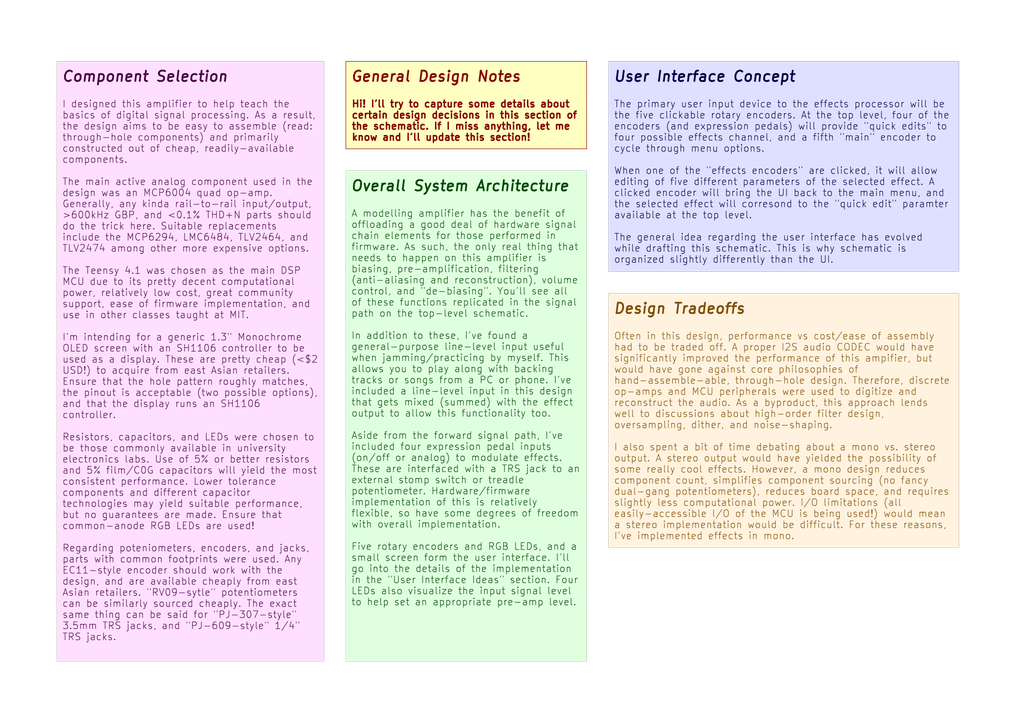
<source format=kicad_sch>
(kicad_sch (version 20230121) (generator eeschema)
  (paper "A4")
  (title_block (title "Digital Audio Effects Processor") (date "2023-11-26") (rev "A") (company "Ishaan Govindarajan"))
  (lib_symbols)
  (text_box "\n\n\nA modelling amplifier has the benefit of offloading a good deal of hardware signal chain elements for those performed in firmware. As such, the only real thing that needs to happen on this amplifier is biasing, pre-amplification, filtering (anti-aliasing and reconstruction), volume control, and \"de-biasing\". You'll see all of these functions replicated in the signal path on the top-level schematic.\n\nIn addition to these, I've found a general-purpose line-level input useful when jamming/practicing by myself. This allows you to play along with backing tracks or songs from a PC or phone. I've included a line-level input in this design that gets mixed (summed) with the effect output to allow this functionality too.\n\nAside from the forward signal path, I've included four expression pedal inputs (on/off or analog) to modulate effects. These are interfaced with a TRS jack to an external stomp switch or treadle potentiometer. Hardware/firmware implementation of this is relatively flexible, so have some degrees of freedom with overall implementation.\n\nFive rotary encoders and RGB LEDs, and a small screen form the user interface. I'll go into the details of the implementation in the \"User Interface Ideas\" section. Four LEDs also visualize the input signal level to help set an appropriate pre-amp level. " (at 100.33 49.53 0) (size 69.85 142.24) (stroke (width 0) (color 175 200 175 1)) (fill (type color) (color 223 255 223 1)) (effects (font (size 2 2)) (justify left top)))
  (text_box "\n\n\nThe primary user input device to the effects processor will be the five clickable rotary encoders. At the top level, four of the encoders (and expression pedals) will provide \"quick edits\" to four possible effects channel, and a fifth \"main\" encoder to cycle through menu options. \n\nWhen one of the \"effects encoders\" are clicked, it will allow editing of five different parameters of the selected effect. A clicked encoder will bring the UI back to the main menu, and the selected effect will corresond to the \"quick edit\" paramter available at the top level.\n\nThe general idea regarding the user interface has evolved while drafting this schematic. This is why schematic is organized slightly differently than the UI. " (at 176.53 17.78 0) (size 101.6 60.96) (stroke (width 0) (color 175 175 200 1)) (fill (type color) (color 223 223 255 1)) (effects (font (size 2 2)) (justify left top)))
  (text_box "\n\n\nHi! I'll try to capture some details about certain design decisions in this section of the schematic. If I miss anything, let me know and I'll update this section!" (at 100.33 17.78 0) (size 69.85 25.4) (stroke (width 0) (color 132 0 0 1)) (fill (type color) (color 255 255 194 1)) (effects (font (size 2 2) (thickness 0.4) bold) (justify left top)))
  (text_box "\n\n\nI designed this amplifier to help teach the basics of digital signal processing. As a result, the design aims to be easy to assemble (read: through-hole components) and primarily constructed out of cheap, readily-available components.\n\nThe main active analog component used in the design was an MCP6004 quad op-amp. Generally, any kinda rail-to-rail input/output, >600kHz GBP, and <0.1% THD+N parts should do the trick here. Suitable replacements include the MCP6294, LMC6484, TLV2464, and TLV2474 among other more expensive options. \n\nThe Teensy 4.1 was chosen as the main DSP MCU due to its pretty decent computational power, relatively low cost, great community support, ease of firmware implementation, and use in other classes taught at MIT. \n\nI'm intending for a generic 1.3\" Monochrome OLED screen with an SH1106 controller to be used as a display. These are pretty cheap (<$2 USD!) to acquire from east Asian retailers. Ensure that the hole pattern roughly matches, the pinout is acceptable (two possible options), and that the display runs an SH1106 controller.\n\nResistors, capacitors, and LEDs were chosen to be those commonly available in university electronics labs. Use of 5% or better resistors and 5% film/C0G capacitors will yield the most consistent performance. Lower tolerance components and different capacitor technologies may yield suitable performance, but no guarantees are made. Ensure that common-anode RGB LEDs are used!\n\nRegarding poteniometers, encoders, and jacks, parts with common footprints were used. Any EC11-style encoder should work with the design, and are available cheaply from east Asian retailers. \"RV09-sytle\" potentiometers can be similarly sourced cheaply. The exact same thing can be said for \"PJ-307-style\" 3.5mm TRS jacks, and \"PJ-609-style\" 1/4\" TRS jacks.\n\n\n" (at 16.51 17.78 0) (size 77.47 173.99) (stroke (width 0) (color 200 175 200 1)) (fill (type color) (color 255 223 255 1)) (effects (font (size 2 2)) (justify left top)))
  (text_box "\n\n\nOften in this design, performance vs cost/ease of assembly had to be traded off. A proper I2S audio CODEC would have significantly improved the performance of this ampifier, but would have gone against core philosophies of hand-assemble-able, through-hole design. Therefore, discrete op-amps and MCU peripherals were used to digitize and reconstruct the audio. As a byproduct, this approach lends well to discussions about high-order filter design, oversampling, dither, and noise-shaping. \n\nI also spent a bit of time debating about a mono vs. stereo output. A stereo output would have yielded the possibility of some really cool effects. However, a mono design reduces component count, simplifies component sourcing (no fancy dual-gang potentiometers), reduces board space, and requires slightly less computational power. I/O limitations (all easily-accessible I/O of the MCU is being used!) would mean a stereo implementation would be difficult. For these reasons, I've implemented effects in mono. " (at 176.53 85.09 0) (size 101.6 73.66) (stroke (width 0) (color 200 190 175 1)) (fill (type color) (color 255 242 223 1)) (effects (font (size 2 2)) (justify left top)))
  (text "General Design Notes" (at 101.6 24.13 0) (effects (font (size 3 3) (thickness 0.508) bold italic) (justify left bottom)))
  (text "Design Tradeoffs" (at 177.8 91.44 0) (effects (font (size 3 3) (thickness 0.508) bold italic) (justify left bottom)))
  (text "Overall System Architecture" (at 101.6 55.88 0) (effects (font (size 3 3) (thickness 0.508) bold italic) (justify left bottom)))
  (text "User Interface Concept" (at 177.8 24.13 0) (effects (font (size 3 3) (thickness 0.508) bold italic) (justify left bottom)))
  (text "Component Selection" (at 17.78 24.13 0) (effects (font (size 3 3) (thickness 0.508) bold italic) (justify left bottom)))
)
</source>
